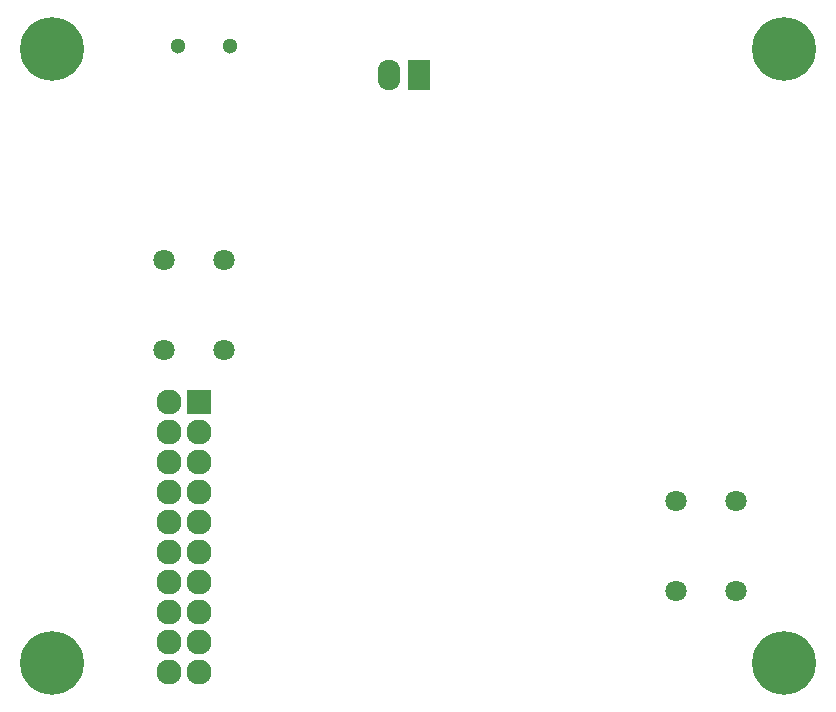
<source format=gbs>
G04 #@! TF.FileFunction,Soldermask,Bot*
%FSLAX46Y46*%
G04 Gerber Fmt 4.6, Leading zero omitted, Abs format (unit mm)*
G04 Created by KiCad (PCBNEW 4.0.1-3.201512161002+6197~38~ubuntu14.04.1-stable) date pet 18 dec 2015 18:38:33 CET*
%MOMM*%
G01*
G04 APERTURE LIST*
%ADD10C,0.100000*%
%ADD11C,5.400000*%
%ADD12C,1.300000*%
%ADD13R,2.127200X2.127200*%
%ADD14O,2.127200X2.127200*%
%ADD15R,1.924000X2.597100*%
%ADD16O,1.924000X2.597100*%
%ADD17C,1.797000*%
G04 APERTURE END LIST*
D10*
D11*
X147000000Y-70000000D03*
X147000000Y-122000000D03*
X85000000Y-122000000D03*
D12*
X100076000Y-69718000D03*
X95676000Y-69718000D03*
D13*
X97475000Y-99915000D03*
D14*
X94935000Y-99915000D03*
X97475000Y-102455000D03*
X94935000Y-102455000D03*
X97475000Y-104995000D03*
X94935000Y-104995000D03*
X97475000Y-107535000D03*
X94935000Y-107535000D03*
X97475000Y-110075000D03*
X94935000Y-110075000D03*
X97475000Y-112615000D03*
X94935000Y-112615000D03*
X97475000Y-115155000D03*
X94935000Y-115155000D03*
X97475000Y-117695000D03*
X94935000Y-117695000D03*
X97475000Y-120235000D03*
X94935000Y-120235000D03*
X97475000Y-122775000D03*
X94935000Y-122775000D03*
D15*
X116078000Y-72212200D03*
D16*
X113538000Y-72212200D03*
D17*
X99568000Y-95504000D03*
X94488000Y-95504000D03*
X99568000Y-87884000D03*
X94488000Y-87884000D03*
D11*
X85000000Y-70000000D03*
D17*
X137835000Y-108240000D03*
X142915000Y-108240000D03*
X137835000Y-115860000D03*
X142915000Y-115860000D03*
M02*

</source>
